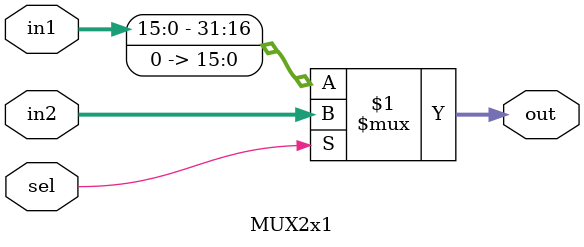
<source format=v>
module MUX2x1 (in1,in2,sel,out);

	input [15:0] in1;
	input [31:0] in2;
	input sel;
	output [31:0] out;

	assign out = sel?in2:{in1,16'b0};
	
endmodule
</source>
